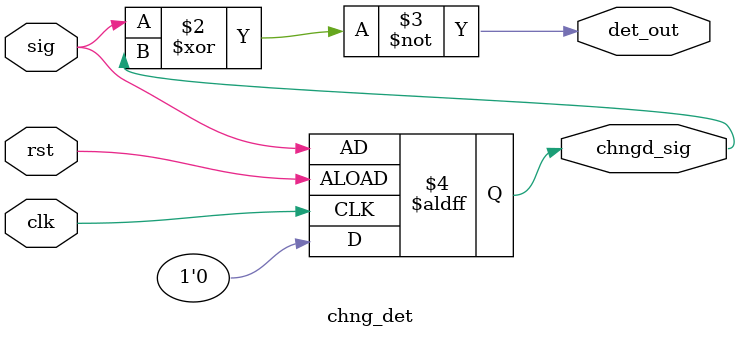
<source format=v>
module chng_det(
    input sig,clk,rst,
    output det_out,
    output reg chngd_sig
    );
    
    always @ (posedge clk or negedge rst)
    begin
      if (rst) begin;
           chngd_sig <=1'b0;
           end
      else
      begin
            chngd_sig <=sig;          
            end              
    end        
    assign det_out=~(sig^chngd_sig);   
endmodule

</source>
